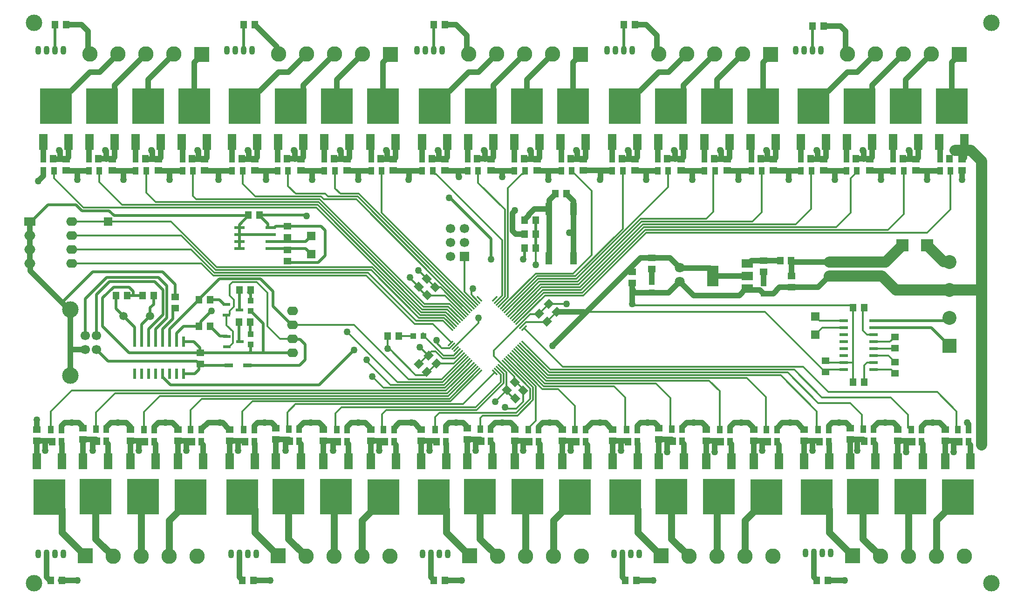
<source format=gtl>
G04*
G04 #@! TF.GenerationSoftware,Altium Limited,Altium Designer,21.4.1 (30)*
G04*
G04 Layer_Physical_Order=1*
G04 Layer_Color=255*
%FSLAX44Y44*%
%MOMM*%
G71*
G04*
G04 #@! TF.SameCoordinates,6184CBAD-8C2E-428C-A116-2BF05ABD0BD4*
G04*
G04*
G04 #@! TF.FilePolarity,Positive*
G04*
G01*
G75*
%ADD12C,0.5000*%
%ADD23C,0.3000*%
%ADD25R,2.0000X3.8000*%
%ADD26R,2.0000X1.5000*%
%ADD27R,1.3500X1.2000*%
%ADD28R,1.0000X1.0000*%
%ADD29R,2.3000X2.3000*%
%ADD30R,1.5000X0.5500*%
%ADD31R,1.2000X1.3500*%
%ADD32R,0.6000X1.8500*%
%ADD33R,1.4500X0.6000*%
%ADD34R,1.6000X0.8000*%
%ADD35R,1.0000X1.0000*%
G04:AMPARAMS|DCode=36|XSize=1.35mm|YSize=1.2mm|CornerRadius=0mm|HoleSize=0mm|Usage=FLASHONLY|Rotation=45.000|XOffset=0mm|YOffset=0mm|HoleType=Round|Shape=Rectangle|*
%AMROTATEDRECTD36*
4,1,4,-0.0530,-0.9016,-0.9016,-0.0530,0.0530,0.9016,0.9016,0.0530,-0.0530,-0.9016,0.0*
%
%ADD36ROTATEDRECTD36*%

G04:AMPARAMS|DCode=37|XSize=0.3mm|YSize=1.4mm|CornerRadius=0mm|HoleSize=0mm|Usage=FLASHONLY|Rotation=45.000|XOffset=0mm|YOffset=0mm|HoleType=Round|Shape=Round|*
%AMOVALD37*
21,1,1.1000,0.3000,0.0000,0.0000,135.0*
1,1,0.3000,0.3889,-0.3889*
1,1,0.3000,-0.3889,0.3889*
%
%ADD37OVALD37*%

G04:AMPARAMS|DCode=38|XSize=0.3mm|YSize=1.4mm|CornerRadius=0mm|HoleSize=0mm|Usage=FLASHONLY|Rotation=135.000|XOffset=0mm|YOffset=0mm|HoleType=Round|Shape=Round|*
%AMOVALD38*
21,1,1.1000,0.3000,0.0000,0.0000,225.0*
1,1,0.3000,0.3889,0.3889*
1,1,0.3000,-0.3889,-0.3889*
%
%ADD38OVALD38*%

%ADD39R,1.2000X2.2500*%
G04:AMPARAMS|DCode=40|XSize=1.35mm|YSize=1.2mm|CornerRadius=0mm|HoleSize=0mm|Usage=FLASHONLY|Rotation=135.000|XOffset=0mm|YOffset=0mm|HoleType=Round|Shape=Rectangle|*
%AMROTATEDRECTD40*
4,1,4,0.9016,-0.0530,0.0530,-0.9016,-0.9016,0.0530,-0.0530,0.9016,0.9016,-0.0530,0.0*
%
%ADD40ROTATEDRECTD40*%

%ADD41R,1.0000X1.4400*%
%ADD42R,1.2000X1.4400*%
%ADD43R,1.5000X3.0000*%
%ADD44R,5.8000X6.4000*%
%ADD45R,1.9812X0.5334*%
%ADD78O,1.1000X1.6000*%
%ADD82C,1.0000*%
%ADD83C,2.0000*%
%ADD84C,1.2700*%
%ADD85R,1.5000X1.5000*%
%ADD86R,1.5000X1.5000*%
%ADD87C,1.8000*%
%ADD88C,2.5400*%
%ADD89R,2.5400X2.5400*%
%ADD90O,2.0000X1.6000*%
%ADD91C,1.5000*%
%ADD92C,3.0000*%
%ADD93C,1.7000*%
%ADD94R,1.7000X1.7000*%
%ADD95R,2.0000X1.6000*%
%ADD96R,2.8000X2.8000*%
%ADD97C,2.8000*%
%ADD98C,1.2700*%
D12*
X1550860Y489990D02*
X1656170D01*
X1550860Y502690D02*
X1678410D01*
X1683580Y507860D01*
X1689100D01*
X1656170Y489990D02*
X1689100Y457060D01*
X324370Y421640D02*
X327660D01*
X325752D02*
X327660D01*
X317500Y406400D02*
X324792Y413692D01*
X297180Y406400D02*
X317500D01*
X327660Y421640D02*
X379240D01*
X327660D02*
Y424180D01*
X324792Y420680D02*
X325752Y421640D01*
X324792Y413692D02*
Y420680D01*
X323410Y427680D02*
X324370Y426720D01*
X159720Y429260D02*
X320481D01*
X324370Y421640D02*
Y426720D01*
X322061Y427680D02*
X323410D01*
X320481Y429260D02*
X322061Y427680D01*
X138440Y450540D02*
X159720Y429260D01*
X273150Y386080D02*
X543560D01*
X607060Y449580D01*
X259080Y400150D02*
X273150Y386080D01*
X495300Y469900D02*
X495910Y469290D01*
X508610D02*
X518160Y459740D01*
X495910Y469290D02*
X508610D01*
X518160Y431800D02*
Y459740D01*
X415730Y554550D02*
X419100Y551180D01*
X414980Y554550D02*
X415730D01*
X419100Y539020D02*
Y551180D01*
X259080Y487680D02*
X277690Y506290D01*
X187690Y511290D02*
X208280Y490700D01*
X220980Y495780D02*
X236490Y511290D01*
X236502Y526290D02*
X242570Y532358D01*
X236490Y511290D02*
X236502Y511302D01*
X242570Y532358D02*
Y548890D01*
X236502Y511302D02*
Y526290D01*
X246380Y487680D02*
X266700Y508000D01*
X233680Y487680D02*
X259700Y513700D01*
X149860Y492760D02*
Y543874D01*
X118540Y542720D02*
X157480Y581660D01*
X118540Y475540D02*
Y542720D01*
X284480Y480060D02*
X297180Y492760D01*
X271626Y464554D02*
Y487526D01*
X284480Y464400D02*
Y480060D01*
X271626Y464554D02*
X271780Y464400D01*
X297180D02*
X315380D01*
X417830Y500540D02*
X418465Y499905D01*
X397510Y465320D02*
Y500540D01*
X418465Y479075D02*
Y499905D01*
Y479075D02*
X419100Y478440D01*
X398010Y464820D02*
X399420D01*
X325120Y492760D02*
X328620Y496260D01*
Y501340D01*
X315380Y464400D02*
X326390Y453390D01*
Y445770D02*
Y453390D01*
Y445770D02*
X327660Y444500D01*
X328620Y501340D02*
X347980Y520700D01*
X259700Y513700D02*
Y558800D01*
X277690Y506290D02*
Y522280D01*
X271626Y487526D02*
X320870Y536770D01*
X281190Y525780D02*
X281940D01*
X277690Y522280D02*
X281190Y525780D01*
X266700Y508000D02*
Y566420D01*
X281940Y546100D02*
Y568960D01*
X173990Y524990D02*
Y548890D01*
Y524990D02*
X187690Y511290D01*
X169866Y563880D02*
X198120D01*
X205740Y548890D02*
X222250D01*
X251460Y581660D02*
X266700Y566420D01*
X205740Y548890D02*
Y556260D01*
X244460Y574040D02*
X259700Y558800D01*
X194310Y548890D02*
X205740D01*
X138440Y549920D02*
X162560Y574040D01*
X198120Y563880D02*
X205740Y556260D01*
X149860Y543874D02*
X169866Y563880D01*
X320870Y536770D02*
X321620D01*
X325120Y540270D02*
Y541020D01*
X321620Y536770D02*
X325120Y540270D01*
X371030Y532130D02*
X375280D01*
X362140Y541020D02*
X371030Y532130D01*
X345440Y541020D02*
X362140D01*
X325120D02*
Y541770D01*
X362470Y579120D01*
X398780Y522630D02*
Y559006D01*
X138440Y475540D02*
Y549920D01*
X157480Y581660D02*
X251460D01*
X162560Y574040D02*
X244460D01*
X362470Y579120D02*
X436880D01*
X208280Y464400D02*
Y490700D01*
X220980Y464400D02*
Y495780D01*
X259080Y464400D02*
Y487680D01*
X246380Y464400D02*
Y487680D01*
X233680Y464400D02*
Y487680D01*
X259080Y400150D02*
Y406400D01*
X297180Y492760D02*
X325120D01*
X375420Y474820D02*
X375920Y474320D01*
X349690Y488510D02*
X363380Y474820D01*
X345440Y492010D02*
X348940Y488510D01*
X363380Y474820D02*
X375420D01*
X348940Y488510D02*
X349690D01*
X345440Y492010D02*
Y492760D01*
X327660Y444500D02*
X416560D01*
X397510Y465320D02*
X398010Y464820D01*
X198120Y444500D02*
X327660D01*
X149860Y492760D02*
X198120Y444500D01*
X419100Y447040D02*
Y459900D01*
X416560Y444500D02*
X419100Y447040D01*
Y520480D02*
X441960Y497620D01*
X493300Y495300D02*
X495300D01*
X459740Y528860D02*
X493300Y495300D01*
X459740Y528860D02*
Y556260D01*
X436880Y579120D02*
X459740Y556260D01*
X441960Y444500D02*
Y497620D01*
Y444500D02*
X495300D01*
X416560D02*
X441960D01*
X413240Y421640D02*
X508000D01*
X518160Y431800D01*
X781324Y726440D02*
X855980Y651784D01*
Y614680D02*
Y651784D01*
X779780Y726440D02*
X781324D01*
X914400Y614680D02*
Y616764D01*
X916940Y619304D01*
Y635000D01*
X518160Y693420D02*
X520700D01*
X516890Y694690D02*
X518160Y693420D01*
X435102Y694690D02*
X516890D01*
X170704Y693940D02*
X414782D01*
X50260Y713740D02*
X101600D01*
X17780Y683260D02*
X19780D01*
X50260Y713740D01*
X101600D02*
X112680Y702660D01*
X161984D01*
X170704Y693940D01*
X398272Y633730D02*
Y646430D01*
X132080Y591820D02*
X259080D01*
X76200Y535940D02*
X132080Y591820D01*
X259080D02*
X281940Y568960D01*
X937260Y660400D02*
Y685800D01*
Y635000D02*
Y660400D01*
X435102Y693940D02*
X449974Y679068D01*
Y671997D02*
X450141Y671830D01*
X462407D01*
X449974Y671997D02*
Y679068D01*
X485902Y610870D02*
X488442Y608330D01*
X541782D01*
X554482Y621030D01*
Y666750D01*
X546862Y674370D02*
X554482Y666750D01*
X485902Y674370D02*
X546862D01*
X455168Y633730D02*
X518922D01*
X529082Y623570D01*
X455168Y646430D02*
X518922D01*
X529082Y656590D01*
X464947Y674370D02*
X485902D01*
X462407Y671830D02*
X464947Y674370D01*
X435102Y693940D02*
Y694690D01*
X398272Y659130D02*
X455168D01*
X398272Y671830D02*
Y677430D01*
Y659130D02*
Y671830D01*
Y646430D02*
Y659130D01*
Y677430D02*
X414782Y693940D01*
X63500Y994920D02*
Y1041400D01*
X406400Y994920D02*
Y1041400D01*
X751840Y994920D02*
Y1041400D01*
X1097280Y994920D02*
Y1041400D01*
X1440180Y994920D02*
Y1041400D01*
D23*
X1508760Y353060D02*
X1529740Y332080D01*
X1450340Y353060D02*
X1508760D01*
X1394860Y408540D02*
X1450340Y353060D01*
X1582420Y363220D02*
X1613628Y332012D01*
X1457411Y363220D02*
X1582420D01*
X1407091Y413540D02*
X1457411Y363220D01*
X1666800Y372820D02*
X1701800Y337820D01*
X1468680Y372820D02*
X1666800D01*
X1422960Y418540D02*
X1468680Y372820D01*
X961634Y408540D02*
X1394860D01*
X986282Y418540D02*
X1422960D01*
X1330640Y682940D02*
X1348087Y700387D01*
X1129636Y682940D02*
X1330640D01*
X1320696Y398540D02*
X1355650Y363586D01*
X1353964Y519126D02*
X1463110Y409980D01*
X1252380Y393540D02*
X1271320Y374600D01*
X1135849Y667940D02*
X1577260D01*
X1409460Y677940D02*
X1437640Y706120D01*
X1137920Y662940D02*
X1648460D01*
X1133778Y672940D02*
X1483200D01*
X1131707Y677940D02*
X1409460D01*
X1483200Y672940D02*
X1509615Y699355D01*
X1117685Y530860D02*
X1509660D01*
X1577260Y667940D02*
X1605897Y696577D01*
X1648460Y662940D02*
X1690987Y705467D01*
X1452740Y502690D02*
X1496860D01*
X1457730Y489990D02*
X1496860D01*
X1531620Y524420D02*
X1534020Y526820D01*
X1509660Y530860D02*
X1513700Y526820D01*
X1531620Y485140D02*
X1539470Y477290D01*
X1531620Y485140D02*
Y524420D01*
X1513700Y426490D02*
Y526820D01*
X1578110Y439190D02*
X1589540Y427760D01*
X1539470Y477290D02*
X1550860D01*
Y464590D02*
X1580650D01*
X1589540Y473480D01*
X1550860Y451890D02*
X1589020D01*
X1550860Y439190D02*
X1578110D01*
X1539010Y426490D02*
X1550860D01*
X1534020Y390930D02*
X1534160Y391070D01*
Y421640D01*
X1550860Y413790D02*
X1583190D01*
X1534160Y421640D02*
X1539010Y426490D01*
X1513700Y390930D02*
Y426490D01*
X1589540Y427760D02*
X1590290D01*
X1589540Y473480D02*
X1590290D01*
X1583190Y413790D02*
X1589540Y407440D01*
X1589020Y451890D02*
X1590290Y453160D01*
X1589540Y407440D02*
X1590290D01*
X1445260Y477520D02*
X1457730Y489990D01*
X1445120Y510310D02*
X1452740Y502690D01*
X1467670Y426490D02*
X1513700D01*
X1463110Y409980D02*
X1463860D01*
X1467670Y413790D01*
X1463860Y430300D02*
X1467670Y426490D01*
Y413790D02*
X1496860D01*
X1127565Y687940D02*
X1246740D01*
X1259840Y701040D01*
X1115145Y533400D02*
X1117685Y530860D01*
X1155780Y388540D02*
X1181760Y362560D01*
X1079500Y383540D02*
X1099820Y363220D01*
X1112520Y533400D02*
X1115145D01*
X963705Y413540D02*
X1407091D01*
X1382080Y403540D02*
X1447800Y337820D01*
X959563Y403540D02*
X1382080D01*
X957491Y398540D02*
X1320696D01*
X1355650Y305510D02*
Y363586D01*
X594360Y482600D02*
X685800Y391160D01*
X768075D01*
X375280Y494545D02*
Y513130D01*
X379530D01*
X381000Y568040D02*
X386080Y573120D01*
X381000Y548640D02*
Y568040D01*
X388620Y528220D02*
Y541020D01*
X379530Y513130D02*
X381030Y514630D01*
Y520630D02*
X388620Y528220D01*
X381030Y514630D02*
Y520630D01*
X381000Y548640D02*
X388620Y541020D01*
X386080Y573120D02*
X430180D01*
X375280Y494545D02*
X386670Y483155D01*
Y461820D02*
Y483155D01*
X375920Y455320D02*
X380170D01*
X386670Y461820D01*
X449580Y492760D02*
Y553720D01*
X430180Y573120D02*
X449580Y553720D01*
X472440Y469900D02*
X495300D01*
X449580Y492760D02*
X472440Y469900D01*
X884356Y373816D02*
X899416Y358756D01*
X749917Y773180D02*
X753417Y769680D01*
X755617D02*
X876300Y648997D01*
X753417Y769680D02*
X755617D01*
X876300Y548882D02*
Y648997D01*
X706200Y396160D02*
X766004D01*
X607060Y495300D02*
X706200Y396160D01*
X495300Y495300D02*
X607060D01*
X93980Y375920D02*
X774049D01*
X330440Y360920D02*
X780262D01*
X55880Y337820D02*
X93980Y375920D01*
X309880Y340360D02*
X330440Y360920D01*
X403860Y304800D02*
Y337820D01*
X224840Y336600D02*
X254160Y365920D01*
X403860Y337820D02*
X421960Y355920D01*
X137820Y335940D02*
X172800Y370920D01*
X254160Y365920D02*
X778191D01*
X172800Y370920D02*
X776120D01*
X421960Y355920D02*
X782333D01*
X309880Y304800D02*
Y340360D01*
X137820Y305640D02*
Y335940D01*
X55880Y304800D02*
Y337820D01*
X224840Y304800D02*
Y336600D01*
X789045Y454556D02*
X833120Y498631D01*
Y508000D01*
X881380Y345670D02*
X884005D01*
X886775Y342900D01*
X901700D01*
X914494Y355695D01*
X886300Y744123D02*
X911857Y769680D01*
X886300Y544740D02*
Y744123D01*
X873191Y531631D02*
X886300Y544740D01*
X832467Y753589D02*
Y775380D01*
Y753589D02*
X881300Y704755D01*
Y546811D02*
Y704755D01*
X871373Y428090D02*
X898194Y401269D01*
X861060Y438403D02*
X871373Y428090D01*
X871373D01*
X861060Y438403D02*
Y448789D01*
X908546Y496275D01*
X956708Y500380D02*
X974924Y518596D01*
X883826Y380298D02*
X886896Y377227D01*
X915617Y489204D02*
X986282Y418540D01*
X915617Y489204D02*
X915617Y489204D01*
X1024586Y519126D02*
X1353964D01*
X961086Y533494D02*
X993046D01*
X993140Y533400D01*
X753944Y563444D02*
X754474Y562914D01*
X738704Y578684D02*
X753944Y563444D01*
X723900Y594360D02*
X738704Y579556D01*
Y578684D02*
Y579556D01*
X611238Y723580D02*
X766460Y568358D01*
X551844Y723580D02*
X611238D01*
X613309Y728580D02*
X771460Y570429D01*
X615380Y733580D02*
X820865Y528095D01*
X657207Y698825D02*
X825336Y530696D01*
X559585Y728580D02*
X613309D01*
X771460Y570429D02*
Y570429D01*
X766460Y568358D02*
Y568358D01*
X657207Y698825D02*
Y775380D01*
X766460Y568358D02*
X813794Y521024D01*
X771460Y570429D02*
X817330Y524560D01*
X582140Y733580D02*
X615380D01*
X669290Y453390D02*
X718820Y403860D01*
X735728D02*
X756484Y424616D01*
X723066Y563046D02*
X737036Y549076D01*
X708660Y581660D02*
X711200Y579120D01*
Y577452D02*
Y579120D01*
Y577452D02*
X724336Y564316D01*
Y564316D02*
Y564316D01*
X739576Y441524D02*
X742116D01*
X747632Y447040D01*
X724336Y423744D02*
X740846Y440254D01*
X726440Y454660D02*
X739576Y441524D01*
X829951Y340280D02*
X878760Y389089D01*
Y406561D01*
X584040Y345280D02*
X827880D01*
X873760Y391160D01*
X665400Y340280D02*
X829951D01*
X873760Y391160D02*
Y404490D01*
X500620Y350920D02*
X804910D01*
X780262Y360920D02*
X785342Y366000D01*
X766004Y396160D02*
X806723Y436879D01*
X772218Y381160D02*
X815289Y424231D01*
X768075Y391160D02*
X810258Y433343D01*
X787919Y425146D02*
X803187Y440414D01*
X787413Y361000D02*
X835007Y408594D01*
X770147Y386160D02*
X813794Y429807D01*
X767629Y434340D02*
X790042D01*
X757014Y425146D02*
X787919D01*
X804910Y350920D02*
X862584Y408594D01*
X673020Y386160D02*
X770147D01*
X785342Y366000D02*
X831472Y412130D01*
X788051Y439420D02*
X796116Y447485D01*
X769620Y439420D02*
X788051D01*
X783271Y371000D02*
X827936Y415665D01*
X776120Y370920D02*
X824401Y419201D01*
X783271Y371000D02*
X783271D01*
X790042Y434340D02*
X799652Y443950D01*
X660240Y381160D02*
X772218D01*
X774049Y375920D02*
X820865Y422736D01*
X787413Y361000D02*
X787413D01*
X782333Y355920D02*
X787413Y361000D01*
X778191Y365920D02*
X783271Y371000D01*
X862584Y408594D02*
X862584Y408594D01*
X785342Y366000D02*
X785342D01*
X61577Y762249D02*
Y775380D01*
Y762249D02*
X115165Y708660D01*
X538480D01*
X632169Y590120D02*
X719369Y502920D01*
X637878Y595120D02*
X724998Y508000D01*
X357460Y600120D02*
X639949D01*
X292649Y657860D02*
X355389Y595120D01*
X274320Y683260D02*
X357460Y600120D01*
X351247Y585120D02*
X628684D01*
X310978Y632460D02*
X353318Y590120D01*
X329307Y607060D02*
X351247Y585120D01*
X353318Y590120D02*
X632169D01*
X639949Y600120D02*
X726989Y513080D01*
X628684Y585120D02*
X716884Y496920D01*
X355389Y595120D02*
X637878D01*
X500780Y733660D02*
X554505D01*
X546764Y728660D02*
X551844Y723580D01*
X404477Y751568D02*
X427384Y728660D01*
X554505Y733660D02*
X559585Y728580D01*
X544693Y723660D02*
X734953Y533400D01*
X540551Y713660D02*
X730811Y523400D01*
X542622Y718660D02*
X732882Y528400D01*
X320280Y723660D02*
X544693D01*
X487027Y747413D02*
X500780Y733660D01*
X538480Y708660D02*
X728740Y518400D01*
X427384Y728660D02*
X546764D01*
X144127Y755033D02*
X185500Y713660D01*
X540551D01*
X229217Y735983D02*
X246540Y718660D01*
X314307Y729633D02*
X320280Y723660D01*
X246540Y718660D02*
X542622D01*
X93980Y607060D02*
X329307D01*
X93980Y632460D02*
X310978D01*
X160020Y683260D02*
X274320D01*
X93980Y657860D02*
X292649D01*
X898194Y395079D02*
X901700Y391572D01*
Y391160D02*
X916940Y375920D01*
X668020Y454660D02*
Y474980D01*
X572117Y743603D02*
X582140Y733580D01*
X960556Y532964D02*
X961086Y533494D01*
X1008380Y304800D02*
Y347980D01*
X949207Y378540D02*
X977820D01*
X890869Y436879D02*
X894758Y432989D01*
X977820Y378540D02*
X1008380Y347980D01*
X894758Y432989D02*
X894758D01*
X949207Y378540D01*
X1509615Y699355D02*
Y761988D01*
X1437640Y706120D02*
Y774763D01*
X750220Y496920D02*
X783036Y464104D01*
X688340Y474980D02*
X713608D01*
X755623Y463577D02*
X766462Y452738D01*
X755623Y463577D02*
Y466063D01*
X756920Y467360D01*
X735780Y473260D02*
X769620Y439420D01*
X735780Y473260D02*
Y476560D01*
X732280Y480060D02*
X735780Y476560D01*
X766462Y452738D02*
X780156D01*
X785510Y458092D01*
X718820Y403860D02*
X735728D01*
X756484Y424616D02*
X756484D01*
X754929Y447040D02*
X767629Y434340D01*
X747632Y447040D02*
X754929D01*
X724336Y423744D02*
X724336D01*
X756484Y424616D02*
X757014Y425146D01*
X572820Y334060D02*
X584040Y345280D01*
X754380Y327660D02*
X762000Y335280D01*
X640080Y401320D02*
X660240Y381160D01*
X485800Y336100D02*
X500620Y350920D01*
X657860Y332740D02*
X665400Y340280D01*
X762000Y335280D02*
X901700D01*
X629893Y429287D02*
X673020Y386160D01*
X629893Y429287D02*
Y431773D01*
X629920Y431800D01*
X754380Y304800D02*
Y327660D01*
X836320Y325780D02*
X840820Y330280D01*
X836320Y305640D02*
Y325780D01*
X901700Y335280D02*
X927100Y360680D01*
X903771Y330280D02*
X932180Y358689D01*
X840820Y330280D02*
X903771D01*
X657860Y304800D02*
Y332740D01*
X1038860Y622300D02*
Y739167D01*
X937260Y604520D02*
Y635000D01*
X937271Y588640D02*
X1005200D01*
X947627Y563640D02*
X1017407D01*
X951769Y553640D02*
X1021549D01*
X939342Y583640D02*
X1009123D01*
X949698Y558640D02*
X1019478D01*
X943484Y573640D02*
X1013265D01*
X945555Y568640D02*
X1015336D01*
X941413Y578640D02*
X1011194D01*
X880616Y531984D02*
X937271Y588640D01*
X1005200D02*
X1038860Y622300D01*
X974924Y518596D02*
X974924D01*
X905011Y499811D02*
X953840Y548640D01*
X901475Y503346D02*
X951769Y553640D01*
X953840Y548640D02*
X1023620D01*
X897940Y506882D02*
X949698Y558640D01*
X919722Y500380D02*
X956708D01*
X942776Y515184D02*
X960556Y532964D01*
X908546Y454556D02*
X959563Y403540D01*
X894404Y440414D02*
X951278Y383540D01*
X901475Y447485D02*
X955420Y393540D01*
X912082Y458092D02*
X961634Y408540D01*
X897940Y443950D02*
X953349Y388540D01*
X905011Y451021D02*
X957491Y398540D01*
X915617Y461627D02*
X963705Y413540D01*
X932180Y358689D02*
Y381425D01*
X914494Y355695D02*
Y374954D01*
X913964Y375484D02*
X914494Y374954D01*
X927100Y360680D02*
Y379434D01*
X863600Y355600D02*
X884356Y376356D01*
X884151Y528449D02*
X939342Y583640D01*
X894404Y510418D02*
X947627Y563640D01*
X887333Y517489D02*
X943484Y573640D01*
X883798Y521024D02*
X941413Y578640D01*
X890869Y513953D02*
X945555Y568640D01*
X942245Y514654D02*
X942776Y515184D01*
X926925Y514654D02*
X942245D01*
X908546Y496275D02*
X926925Y514654D01*
X883798Y429807D02*
X932180Y381425D01*
X880262Y426272D02*
X927100Y379434D01*
X883826Y380298D02*
Y408566D01*
X887333Y433343D02*
X937260Y383416D01*
X716884Y496920D02*
X750220D01*
X807720Y555382D02*
X826331Y536771D01*
X764303Y563444D02*
X810258Y517489D01*
X820420Y549753D02*
X831472Y538702D01*
X820420Y549753D02*
Y559583D01*
X822177Y561340D02*
X822960D01*
X820420Y559583D02*
X822177Y561340D01*
X807720Y555382D02*
Y619760D01*
X760838Y562914D02*
X761369Y563444D01*
X740106Y548545D02*
X772131D01*
X754474Y562914D02*
X760838D01*
X761369Y563444D02*
X764303D01*
X719369Y502920D02*
X768259D01*
X912082Y492740D02*
X919722Y500380D01*
X734953Y533400D02*
X780205D01*
X726989Y513080D02*
X772241D01*
X724998Y508000D02*
X770250D01*
X785175Y493075D01*
X737036Y549076D02*
X739576D01*
X740106Y548545D01*
X869655Y535166D02*
X881300Y546811D01*
X876727Y528095D02*
X880616Y531984D01*
X880616D01*
X866120Y538702D02*
X876300Y548882D01*
X884151Y528449D02*
X884151D01*
X880262Y524560D02*
X884151Y528449D01*
X772131Y548545D02*
X806723Y513953D01*
X826331Y536771D02*
Y536771D01*
X780205Y533400D02*
X803187Y510418D01*
X776063Y523400D02*
X796116Y503346D01*
X730811Y523400D02*
X776063D01*
X728740Y518400D02*
X773992D01*
X778134Y528400D02*
X799652Y506882D01*
X773992Y518400D02*
X792581Y499811D01*
X772241Y513080D02*
X789045Y496275D01*
X732882Y528400D02*
X778134D01*
X898194Y395079D02*
Y401269D01*
X873191Y419201D02*
X883826Y408566D01*
X869655Y415665D02*
X878760Y406561D01*
X901700Y391160D02*
Y391572D01*
X866120Y412130D02*
X873760Y404490D01*
X768259Y502920D02*
X781974Y489204D01*
X93980Y683260D02*
X160020D01*
X485800Y305640D02*
Y336100D01*
X572820Y304800D02*
Y334060D01*
X487027Y747413D02*
Y775380D01*
X572117Y743603D02*
Y775380D01*
X229217Y735983D02*
Y775380D01*
X314307Y729633D02*
Y775380D01*
X404477Y751568D02*
Y775380D01*
X144127Y755033D02*
Y775380D01*
X749917Y773180D02*
Y775380D01*
X1015336Y568640D02*
X1129636Y682940D01*
X1019478Y558640D02*
X1133778Y672940D01*
X1017407Y563640D02*
X1131707Y677940D01*
X1021549Y553640D02*
X1135849Y667940D01*
X1013265Y573640D02*
X1127565Y687940D01*
X1023620Y548640D02*
X1137920Y662940D01*
X1009123Y583640D02*
X1095357Y669874D01*
X1011194Y578640D02*
X1177907Y745353D01*
X1259840Y701040D02*
Y772223D01*
X1348087Y700387D02*
Y775380D01*
X1259840Y772223D02*
X1262997Y775380D01*
X1177907Y745353D02*
Y775380D01*
X1095357Y669874D02*
Y775380D01*
X951278Y383540D02*
X1079500D01*
X1271320Y304800D02*
Y374600D01*
X1355650Y305510D02*
X1356360Y304800D01*
X955420Y393540D02*
X1252380D01*
X953349Y388540D02*
X1155780D01*
X1181760Y305640D02*
Y362560D01*
X1099820Y304800D02*
Y363220D01*
X914057Y769680D02*
X917557Y773180D01*
Y775380D01*
X911857Y769680D02*
X914057D01*
X1002647Y775380D02*
X1038860Y739167D01*
X1437640Y774763D02*
X1438257Y775380D01*
X1520807Y773180D02*
Y775380D01*
X1509615Y761988D02*
X1520807Y773180D01*
X1605897Y696577D02*
Y775380D01*
X1690987Y705467D02*
Y775380D01*
X923340Y304800D02*
Y307000D01*
X937260Y320920D01*
X1701800Y304800D02*
Y337820D01*
X937260Y320920D02*
Y383416D01*
X1447800Y304800D02*
Y337820D01*
X1529740Y305640D02*
Y332080D01*
X1613628Y307932D02*
Y332012D01*
D25*
X1258820Y584200D02*
D03*
D26*
X1321820Y607200D02*
D03*
Y584200D02*
D03*
Y561200D02*
D03*
D27*
X1148080Y596900D02*
D03*
Y617220D02*
D03*
X1351280Y591820D02*
D03*
Y612140D02*
D03*
X1112520Y591820D02*
D03*
Y571500D02*
D03*
X1402080Y584200D02*
D03*
Y563880D02*
D03*
X1463860Y430300D02*
D03*
Y409980D02*
D03*
X1590290Y473480D02*
D03*
Y453160D02*
D03*
Y407440D02*
D03*
Y427760D02*
D03*
X281940Y525780D02*
D03*
Y546100D02*
D03*
X327660Y424180D02*
D03*
Y444500D02*
D03*
X485902Y631190D02*
D03*
Y610870D02*
D03*
Y654050D02*
D03*
Y674370D02*
D03*
X287020Y304800D02*
D03*
Y284480D02*
D03*
X637540Y304800D02*
D03*
Y284480D02*
D03*
X985520Y304800D02*
D03*
Y284480D02*
D03*
X1333500Y304800D02*
D03*
Y284480D02*
D03*
X1681480Y304800D02*
D03*
Y284480D02*
D03*
X200660Y304800D02*
D03*
Y284480D02*
D03*
X551180Y304800D02*
D03*
Y284480D02*
D03*
X899160Y304800D02*
D03*
Y284480D02*
D03*
X1247140Y304800D02*
D03*
Y284480D02*
D03*
X1595120Y304800D02*
D03*
Y284480D02*
D03*
X114300Y307340D02*
D03*
Y287020D02*
D03*
X464820Y307340D02*
D03*
Y287020D02*
D03*
X812800Y307340D02*
D03*
Y287020D02*
D03*
X1160780Y307340D02*
D03*
Y287020D02*
D03*
X1508760Y307340D02*
D03*
Y287020D02*
D03*
X30480Y304800D02*
D03*
Y284480D02*
D03*
X381000Y304800D02*
D03*
Y284480D02*
D03*
X728980Y304800D02*
D03*
Y284480D02*
D03*
X1076960Y304800D02*
D03*
Y284480D02*
D03*
X1424940Y304800D02*
D03*
Y284480D02*
D03*
X1460507Y776220D02*
D03*
Y796540D02*
D03*
X1117607Y776220D02*
D03*
Y796540D02*
D03*
X772167Y776220D02*
D03*
Y796540D02*
D03*
X426727Y776220D02*
D03*
Y796540D02*
D03*
X83827Y776220D02*
D03*
Y796540D02*
D03*
X1544327Y776220D02*
D03*
Y796540D02*
D03*
X1201427Y776220D02*
D03*
Y796540D02*
D03*
X855987Y776220D02*
D03*
Y796540D02*
D03*
X510547Y776220D02*
D03*
Y796540D02*
D03*
X167647Y776220D02*
D03*
Y796540D02*
D03*
X1628147Y776220D02*
D03*
Y796540D02*
D03*
X1285247Y776220D02*
D03*
Y796540D02*
D03*
X939807Y776220D02*
D03*
Y796540D02*
D03*
X594367Y776220D02*
D03*
Y796540D02*
D03*
X251467Y776220D02*
D03*
Y796540D02*
D03*
X1711967Y776220D02*
D03*
Y796540D02*
D03*
X1369067Y776220D02*
D03*
Y796540D02*
D03*
X1023627Y776220D02*
D03*
Y796540D02*
D03*
X678187Y776220D02*
D03*
Y796540D02*
D03*
X335287Y776220D02*
D03*
Y796540D02*
D03*
D28*
X1148080Y554610D02*
D03*
Y573150D02*
D03*
X1351280Y552070D02*
D03*
Y570610D02*
D03*
X419100Y520480D02*
D03*
Y539020D02*
D03*
Y459900D02*
D03*
Y478440D02*
D03*
D29*
X1648100Y640080D02*
D03*
X1603100D02*
D03*
D30*
X1496860Y502690D02*
D03*
Y489990D02*
D03*
Y477290D02*
D03*
Y464590D02*
D03*
Y451890D02*
D03*
Y439190D02*
D03*
Y426490D02*
D03*
Y413790D02*
D03*
X1550860Y502690D02*
D03*
Y489990D02*
D03*
Y477290D02*
D03*
Y464590D02*
D03*
Y451890D02*
D03*
Y439190D02*
D03*
Y426490D02*
D03*
Y413790D02*
D03*
D31*
X1381760Y612140D02*
D03*
X1400760D02*
D03*
X1513700Y526820D02*
D03*
X1534020D02*
D03*
Y390930D02*
D03*
X1513700D02*
D03*
X325120Y492760D02*
D03*
X345440D02*
D03*
X419100Y558800D02*
D03*
X398780D02*
D03*
X417830Y500540D02*
D03*
X397510D02*
D03*
X325120Y541020D02*
D03*
X345440D02*
D03*
X173990Y548890D02*
D03*
X194310D02*
D03*
X242570D02*
D03*
X222250D02*
D03*
X688340Y474980D02*
D03*
X668020D02*
D03*
X937260Y660400D02*
D03*
X916940D02*
D03*
X937260Y685800D02*
D03*
X916940D02*
D03*
X972820Y734060D02*
D03*
X993140D02*
D03*
X937260Y635000D02*
D03*
X916940D02*
D03*
X55880Y30480D02*
D03*
X76200D02*
D03*
X403860D02*
D03*
X424180D02*
D03*
X751840D02*
D03*
X772160D02*
D03*
X1099820D02*
D03*
X1120140D02*
D03*
X1447800D02*
D03*
X1468120D02*
D03*
X1440180Y1038860D02*
D03*
X1460500D02*
D03*
X1097280Y1041400D02*
D03*
X1117600D02*
D03*
X751840D02*
D03*
X772160D02*
D03*
X406400D02*
D03*
X426720D02*
D03*
X63500D02*
D03*
X83820D02*
D03*
X435102Y694690D02*
D03*
X414782D02*
D03*
D32*
X208280Y406400D02*
D03*
X220980D02*
D03*
X233680D02*
D03*
X246380D02*
D03*
X259080D02*
D03*
X271780D02*
D03*
X284480D02*
D03*
X297180D02*
D03*
X208280Y464400D02*
D03*
X220980D02*
D03*
X233680D02*
D03*
X246380D02*
D03*
X259080D02*
D03*
X271780D02*
D03*
X284480D02*
D03*
X297180D02*
D03*
D33*
X375280Y532130D02*
D03*
Y513130D02*
D03*
X398780Y522630D02*
D03*
X375920Y474320D02*
D03*
Y455320D02*
D03*
X399420Y464820D02*
D03*
D34*
X413240Y421640D02*
D03*
X379240D02*
D03*
D35*
X714630Y474980D02*
D03*
X733170D02*
D03*
D36*
X974924Y518596D02*
D03*
X960556Y532964D02*
D03*
X724336Y423744D02*
D03*
X738704Y409376D02*
D03*
X742116Y438984D02*
D03*
X756484Y424616D02*
D03*
X957144Y500816D02*
D03*
X942776Y515184D02*
D03*
D37*
X806723Y513953D02*
D03*
X810258Y517489D02*
D03*
X876727Y422736D02*
D03*
X873191Y419201D02*
D03*
X835007Y542237D02*
D03*
X781974Y489204D02*
D03*
X785510Y492740D02*
D03*
X789045Y496275D02*
D03*
X792581Y499811D02*
D03*
X796116Y503346D02*
D03*
X799652Y506882D02*
D03*
X803187Y510418D02*
D03*
X813794Y521024D02*
D03*
X817330Y524560D02*
D03*
X820865Y528095D02*
D03*
X824401Y531631D02*
D03*
X827936Y535166D02*
D03*
X831472Y538702D02*
D03*
X915617Y461627D02*
D03*
X912082Y458092D02*
D03*
X908546Y454556D02*
D03*
X905011Y451021D02*
D03*
X901475Y447485D02*
D03*
X897940Y443950D02*
D03*
X894404Y440414D02*
D03*
X890869Y436879D02*
D03*
X887333Y433343D02*
D03*
X883798Y429807D02*
D03*
X880262Y426272D02*
D03*
X869655Y415665D02*
D03*
X866120Y412130D02*
D03*
X862584Y408594D02*
D03*
D38*
X908546Y496275D02*
D03*
X912082Y492740D02*
D03*
X803187Y440414D02*
D03*
X799652Y443950D02*
D03*
X862584Y542237D02*
D03*
X796116Y447485D02*
D03*
X792581Y451021D02*
D03*
X781974Y461627D02*
D03*
X866120Y538702D02*
D03*
X869655Y535166D02*
D03*
X873191Y531631D02*
D03*
X876727Y528095D02*
D03*
X880262Y524560D02*
D03*
X883798Y521024D02*
D03*
X887333Y517489D02*
D03*
X890869Y513953D02*
D03*
X894404Y510418D02*
D03*
X897940Y506882D02*
D03*
X901475Y503346D02*
D03*
X905011Y499811D02*
D03*
X915617Y489204D02*
D03*
X835007Y408594D02*
D03*
X831472Y412130D02*
D03*
X827936Y415665D02*
D03*
X824401Y419201D02*
D03*
X820865Y422736D02*
D03*
X817329Y426272D02*
D03*
X813794Y429807D02*
D03*
X810258Y433343D02*
D03*
X806723Y436879D02*
D03*
X789045Y454556D02*
D03*
X785510Y458092D02*
D03*
D39*
X1005840Y706120D02*
D03*
Y616120D02*
D03*
X960840D02*
D03*
Y706120D02*
D03*
D40*
X753944Y563444D02*
D03*
X739576Y549076D02*
D03*
X884356Y376356D02*
D03*
X898724Y390724D02*
D03*
X738704Y578684D02*
D03*
X724336Y564316D02*
D03*
X899596Y361116D02*
D03*
X913964Y375484D02*
D03*
D41*
X309880Y304800D02*
D03*
X328880D02*
D03*
Y282800D02*
D03*
X660400Y304800D02*
D03*
X679400D02*
D03*
Y282800D02*
D03*
X1008380Y304800D02*
D03*
X1027380D02*
D03*
Y282800D02*
D03*
X1356360Y304800D02*
D03*
X1375360D02*
D03*
Y282800D02*
D03*
X1704340Y304800D02*
D03*
X1723340D02*
D03*
Y282800D02*
D03*
X224840Y304800D02*
D03*
X243840D02*
D03*
Y282800D02*
D03*
X575360Y304800D02*
D03*
X594360D02*
D03*
Y282800D02*
D03*
X923340Y304800D02*
D03*
X942340D02*
D03*
Y282800D02*
D03*
X1271320Y304800D02*
D03*
X1290320D02*
D03*
Y282800D02*
D03*
X1619300Y304800D02*
D03*
X1638300D02*
D03*
Y282800D02*
D03*
X137820Y305640D02*
D03*
X156820D02*
D03*
Y283640D02*
D03*
X488340Y305640D02*
D03*
X507340D02*
D03*
Y283640D02*
D03*
X836320Y305640D02*
D03*
X855320D02*
D03*
Y283640D02*
D03*
X1184300Y305640D02*
D03*
X1203300D02*
D03*
Y283640D02*
D03*
X1532280Y305640D02*
D03*
X1551280D02*
D03*
Y283640D02*
D03*
X55880Y304800D02*
D03*
X74880D02*
D03*
Y282800D02*
D03*
X406400Y304800D02*
D03*
X425400D02*
D03*
Y282800D02*
D03*
X754380Y304800D02*
D03*
X773380D02*
D03*
Y282800D02*
D03*
X1102360Y304800D02*
D03*
X1121360D02*
D03*
Y282800D02*
D03*
X1450340Y304800D02*
D03*
X1469340D02*
D03*
Y282800D02*
D03*
X1438257Y775380D02*
D03*
X1419257D02*
D03*
Y797380D02*
D03*
X1095357Y775380D02*
D03*
X1076357D02*
D03*
Y797380D02*
D03*
X749917Y775380D02*
D03*
X730917D02*
D03*
Y797380D02*
D03*
X404477Y775380D02*
D03*
X385477D02*
D03*
Y797380D02*
D03*
X61577Y775380D02*
D03*
X42577D02*
D03*
Y797380D02*
D03*
X1520807Y775380D02*
D03*
X1501807D02*
D03*
Y797380D02*
D03*
X1177907Y775380D02*
D03*
X1158907D02*
D03*
Y797380D02*
D03*
X832467Y775380D02*
D03*
X813467D02*
D03*
Y797380D02*
D03*
X487027Y775380D02*
D03*
X468027D02*
D03*
Y797380D02*
D03*
X144127Y775380D02*
D03*
X125127D02*
D03*
Y797380D02*
D03*
X1605897Y775380D02*
D03*
X1586897D02*
D03*
Y797380D02*
D03*
X1262997Y775380D02*
D03*
X1243997D02*
D03*
Y797380D02*
D03*
X917557Y775380D02*
D03*
X898557D02*
D03*
Y797380D02*
D03*
X572117Y775380D02*
D03*
X553117D02*
D03*
Y797380D02*
D03*
X229217Y775380D02*
D03*
X210217D02*
D03*
Y797380D02*
D03*
X1690987Y775380D02*
D03*
X1671987D02*
D03*
Y797380D02*
D03*
X1348087Y775380D02*
D03*
X1329087D02*
D03*
Y797380D02*
D03*
X1002647Y775380D02*
D03*
X983647D02*
D03*
Y797380D02*
D03*
X657207Y775380D02*
D03*
X638207D02*
D03*
Y797380D02*
D03*
X314307Y775380D02*
D03*
X295307D02*
D03*
Y797380D02*
D03*
D42*
X311880Y282800D02*
D03*
X662400D02*
D03*
X1010380D02*
D03*
X1358360D02*
D03*
X1706340D02*
D03*
X226840D02*
D03*
X577360D02*
D03*
X925340D02*
D03*
X1273320D02*
D03*
X1621300D02*
D03*
X139820Y283640D02*
D03*
X490340D02*
D03*
X838320D02*
D03*
X1186300D02*
D03*
X1534280D02*
D03*
X57880Y282800D02*
D03*
X408400D02*
D03*
X756380D02*
D03*
X1104360D02*
D03*
X1452340D02*
D03*
X1436257Y797380D02*
D03*
X1093357D02*
D03*
X747917D02*
D03*
X402477D02*
D03*
X59577D02*
D03*
X1518807D02*
D03*
X1175907D02*
D03*
X830467D02*
D03*
X485027D02*
D03*
X142127D02*
D03*
X1603897D02*
D03*
X1260997D02*
D03*
X915557D02*
D03*
X570117D02*
D03*
X227217D02*
D03*
X1688987D02*
D03*
X1346087D02*
D03*
X1000647D02*
D03*
X655207D02*
D03*
X312307D02*
D03*
D43*
X332680Y246740D02*
D03*
X287080D02*
D03*
X683200D02*
D03*
X637600D02*
D03*
X1031180D02*
D03*
X985580D02*
D03*
X1379160D02*
D03*
X1333560D02*
D03*
X1727140D02*
D03*
X1681540D02*
D03*
X246320Y247380D02*
D03*
X200720D02*
D03*
X596840D02*
D03*
X551240D02*
D03*
X944820D02*
D03*
X899220D02*
D03*
X1292800D02*
D03*
X1247200D02*
D03*
X1640780D02*
D03*
X1595180D02*
D03*
X159960D02*
D03*
X114360D02*
D03*
X510480D02*
D03*
X464880D02*
D03*
X858460D02*
D03*
X812860D02*
D03*
X1206440D02*
D03*
X1160840D02*
D03*
X1554420D02*
D03*
X1508820D02*
D03*
X76140Y246740D02*
D03*
X30540D02*
D03*
X426660D02*
D03*
X381060D02*
D03*
X774640D02*
D03*
X729040D02*
D03*
X1122620D02*
D03*
X1077020D02*
D03*
X1470600D02*
D03*
X1425000D02*
D03*
X1418657Y828290D02*
D03*
X1464257D02*
D03*
X1075757D02*
D03*
X1121357D02*
D03*
X730317D02*
D03*
X775917D02*
D03*
X384877D02*
D03*
X430477D02*
D03*
X41977D02*
D03*
X87577D02*
D03*
X1502457D02*
D03*
X1548057D02*
D03*
X1159557D02*
D03*
X1205157D02*
D03*
X814117D02*
D03*
X859717D02*
D03*
X468677D02*
D03*
X514277D02*
D03*
X125777D02*
D03*
X171377D02*
D03*
X1586257D02*
D03*
X1631857D02*
D03*
X1243357D02*
D03*
X1288957D02*
D03*
X897917D02*
D03*
X943517D02*
D03*
X552477D02*
D03*
X598077D02*
D03*
X209577D02*
D03*
X255177D02*
D03*
X1670057D02*
D03*
X1715657D02*
D03*
X1327157D02*
D03*
X1372757D02*
D03*
X981717D02*
D03*
X1027317D02*
D03*
X636277D02*
D03*
X681877D02*
D03*
X293377D02*
D03*
X338977D02*
D03*
D44*
X309880Y182240D02*
D03*
X660400D02*
D03*
X1008380D02*
D03*
X1356360D02*
D03*
X1704340D02*
D03*
X223520Y182880D02*
D03*
X574040D02*
D03*
X922020D02*
D03*
X1270000D02*
D03*
X1617980D02*
D03*
X137160D02*
D03*
X487680D02*
D03*
X835660D02*
D03*
X1183640D02*
D03*
X1531620D02*
D03*
X53340Y182240D02*
D03*
X403860D02*
D03*
X751840D02*
D03*
X1099820D02*
D03*
X1447800D02*
D03*
X1441457Y892790D02*
D03*
X1098557D02*
D03*
X753117D02*
D03*
X407677D02*
D03*
X64777D02*
D03*
X1525257D02*
D03*
X1182357D02*
D03*
X836917D02*
D03*
X491477D02*
D03*
X148577D02*
D03*
X1609057D02*
D03*
X1266157D02*
D03*
X920717D02*
D03*
X575277D02*
D03*
X232377D02*
D03*
X1692857D02*
D03*
X1349957D02*
D03*
X1004517D02*
D03*
X659077D02*
D03*
X316177D02*
D03*
D45*
X455168Y671830D02*
D03*
Y659130D02*
D03*
Y646430D02*
D03*
Y633730D02*
D03*
X398272D02*
D03*
Y646430D02*
D03*
Y659130D02*
D03*
Y671830D02*
D03*
D78*
X33020Y78740D02*
D03*
X63500D02*
D03*
X48260D02*
D03*
X78740D02*
D03*
X383540D02*
D03*
X414020D02*
D03*
X398780D02*
D03*
X429260D02*
D03*
X731520D02*
D03*
X762000D02*
D03*
X746760D02*
D03*
X777240D02*
D03*
X1079500D02*
D03*
X1109980D02*
D03*
X1094740D02*
D03*
X1125220D02*
D03*
X1427480Y79920D02*
D03*
X1457960D02*
D03*
X1442720D02*
D03*
X1473200D02*
D03*
X1455420Y995000D02*
D03*
X1424940D02*
D03*
X1440180D02*
D03*
X1409700D02*
D03*
X1112520D02*
D03*
X1082040D02*
D03*
X1097280D02*
D03*
X1066800D02*
D03*
X767080D02*
D03*
X736600D02*
D03*
X751840D02*
D03*
X721360D02*
D03*
X421640D02*
D03*
X391160D02*
D03*
X406400D02*
D03*
X375920D02*
D03*
X78740D02*
D03*
X48260D02*
D03*
X63500D02*
D03*
X33020D02*
D03*
D82*
X48260Y36310D02*
Y78740D01*
Y36310D02*
X53340Y31230D01*
Y30480D02*
Y31230D01*
X1351280Y552070D02*
X1368520D01*
X1380330Y563880D01*
X1344650Y558700D02*
X1351280Y552070D01*
Y570610D02*
Y591820D01*
X1321820Y561200D02*
X1324320Y558700D01*
X1319320Y561200D02*
X1321820D01*
X1324320Y558700D02*
X1344650D01*
X1224280Y548640D02*
X1306760D01*
X1258820Y584200D02*
X1321820D01*
X1306760Y548640D02*
X1319320Y561200D01*
X1329260Y612140D02*
X1351280D01*
X1324320Y607200D02*
X1329260Y612140D01*
X1321820Y607200D02*
X1324320D01*
X1351280Y612140D02*
X1381760D01*
X1380330Y563880D02*
X1402080D01*
Y584200D02*
Y608730D01*
X1402750Y609400D02*
X1470660D01*
X1402080Y608730D02*
X1402750Y609400D01*
X1402080Y563880D02*
X1450140D01*
X1470660Y584400D01*
X1253820Y598200D02*
X1258820Y593200D01*
X1198880Y599040D02*
X1199720Y598200D01*
X1253820D01*
X1148080Y553720D02*
X1178560D01*
X1180700Y617220D02*
X1198880Y599040D01*
X1258820Y584200D02*
Y593200D01*
X1178560Y553720D02*
X1198880Y574040D01*
X1127760Y617220D02*
X1180700D01*
X1198880Y574040D02*
X1224280Y548640D01*
X1147190Y553720D02*
X1148080Y554610D01*
Y573150D02*
Y596900D01*
X1117600Y553720D02*
X1147190D01*
X1113152Y558168D02*
X1117600Y553720D01*
X1113765D02*
Y558800D01*
X1112520Y533400D02*
Y558168D01*
Y571500D01*
X76200Y535940D02*
X88900Y523240D01*
X91440D01*
X92400Y450540D02*
X118540D01*
X91440Y449580D02*
X92400Y450540D01*
X91440Y402840D02*
Y449580D01*
Y523240D01*
X967740Y457200D02*
X1127760Y617220D01*
X863083Y316983D02*
X875783D01*
X876300Y317500D01*
X876317Y317483D01*
X855320Y309220D02*
X863083Y316983D01*
X894800Y698489D02*
X899160Y702849D01*
X894800Y666258D02*
Y698489D01*
X899160Y702849D02*
Y703580D01*
X1005840Y616120D02*
Y662940D01*
Y706120D01*
X998220Y662940D02*
X1005840D01*
X894800Y666258D02*
X900658Y660400D01*
X916940D01*
X975454Y519126D02*
X1024586D01*
X974924Y518596D02*
X975454Y519126D01*
X18693Y593447D02*
X76200Y535940D01*
X1532837Y797380D02*
X1545917D01*
X1189937D02*
X1203017D01*
X1348740Y266700D02*
Y284480D01*
X914400D02*
X924340D01*
X899160D02*
X914400D01*
Y266700D02*
Y284480D01*
X1000760Y266700D02*
Y284480D01*
X844497Y797380D02*
X857577D01*
X499057D02*
X512137D01*
X156157D02*
X169237D01*
X652780Y266700D02*
Y284480D01*
X828040Y266700D02*
Y284480D01*
X568960D02*
X576360D01*
X551180D02*
X568960D01*
Y266700D02*
Y284480D01*
X482600Y266700D02*
Y284480D01*
X215900D02*
X225840D01*
X200660D02*
X215900D01*
Y266700D02*
Y284480D01*
X132080Y266700D02*
Y284480D01*
X302260Y266700D02*
Y284480D01*
X33020Y756920D02*
X42577Y766477D01*
Y775380D01*
X18693Y593447D02*
Y606147D01*
X17780Y607060D02*
X18693Y606147D01*
X17780Y607060D02*
Y632460D01*
X30480Y304800D02*
Y322580D01*
X17780Y657860D02*
Y683260D01*
Y632460D02*
Y657860D01*
X961840Y707120D02*
Y722330D01*
Y617120D02*
Y707120D01*
X960840Y616120D02*
X961840Y617120D01*
X1460500Y1038860D02*
X1490980D01*
X1500242Y1029597D01*
Y991504D02*
Y1029597D01*
X1157343Y991504D02*
Y1021977D01*
X1137920Y1041400D02*
X1157343Y1021977D01*
X1117600Y1041400D02*
X1137920D01*
X1157343Y991504D02*
X1160787Y988060D01*
X811902Y991504D02*
Y1021977D01*
X772160Y1041400D02*
X792480D01*
X811902Y1021977D01*
X83820Y1041400D02*
X111760D01*
X123562Y991504D02*
Y1029597D01*
X111760Y1041400D02*
X123562Y1029597D01*
X1399540Y317500D02*
X1400057Y316983D01*
X1399023D02*
X1399540Y317500D01*
X1375360Y307000D02*
X1385343Y316983D01*
X1375360Y304800D02*
Y307000D01*
X1385343Y316983D02*
X1399023D01*
X1400057D02*
X1412007D01*
X1176020Y264160D02*
Y281940D01*
X1262380Y264160D02*
Y281940D01*
X1696720Y264160D02*
Y281940D01*
X1610360Y264160D02*
Y281940D01*
X1521460Y266700D02*
Y284480D01*
X924260Y695450D02*
X934930Y706120D01*
X1005840D02*
Y720610D01*
X993140Y733310D02*
X1005840Y720610D01*
X993140Y733310D02*
Y734060D01*
X961840Y722330D02*
X972820Y733310D01*
X934930Y706120D02*
X960840D01*
X972820Y733310D02*
Y734060D01*
X960840Y706120D02*
X961840Y707120D01*
X916940Y685800D02*
Y686550D01*
X924260Y693870D02*
Y695450D01*
X916940Y686550D02*
X924260Y693870D01*
X711407Y316983D02*
X716047D01*
X727230Y305800D01*
X710890Y317500D02*
X711407Y316983D01*
X683260Y311642D02*
X689118Y317500D01*
X710890D01*
X679400Y304800D02*
Y307000D01*
X683260Y310860D02*
Y311642D01*
X679400Y307000D02*
X683260Y310860D01*
X335287Y796540D02*
X336037D01*
X338977Y799480D01*
Y828290D01*
X582877Y796960D02*
Y811583D01*
X570117Y797380D02*
X570537Y796960D01*
X582877D01*
X593947D01*
X793027Y775617D02*
Y775800D01*
Y775617D02*
X796770Y771873D01*
Y764783D02*
Y771873D01*
Y764783D02*
X797287Y764267D01*
X876300Y764690D02*
Y775800D01*
X1711963Y759463D02*
Y776217D01*
X1711967Y776220D01*
X1711960Y759460D02*
X1711963Y759463D01*
X1723340Y280600D02*
X1727140Y276800D01*
Y246740D02*
Y276800D01*
X1532837Y797380D02*
Y811583D01*
Y796960D02*
Y797380D01*
X1518807D02*
X1532837D01*
X1616657Y796960D02*
X1627727D01*
X1604317D02*
X1616657D01*
X1189937Y797380D02*
Y811583D01*
Y796960D02*
Y797380D01*
X844497D02*
Y811583D01*
Y796960D02*
Y797380D01*
X1175907D02*
X1189937D01*
X1273757Y796960D02*
X1284827D01*
X1261417D02*
X1273757D01*
X928317D02*
X939387D01*
X915977D02*
X928317D01*
X1348740Y284480D02*
X1357360D01*
X1333500D02*
X1348740D01*
X1000760D02*
X1009380D01*
X985520D02*
X1000760D01*
X499057Y797380D02*
Y811583D01*
Y796960D02*
Y797380D01*
X830467D02*
X844497D01*
X485027D02*
X499057D01*
X142127D02*
X156157D01*
Y811583D01*
Y796960D02*
Y797380D01*
X239977Y796960D02*
X251047D01*
X227637D02*
X239977D01*
X652780Y284480D02*
X661400D01*
X637540D02*
X652780D01*
X302260D02*
X310880D01*
X287020D02*
X302260D01*
X1481367Y775800D02*
X1501807D01*
X1648460D02*
X1671987D01*
X1564640D02*
X1586897D01*
X1397000D02*
X1419257D01*
X1023627Y776220D02*
X1076357D01*
X876300Y775800D02*
X898557D01*
X1221740D02*
X1243997D01*
X1305560D02*
X1329087D01*
X1138467D02*
X1158907D01*
X1056640D02*
X1076357D01*
X960120D02*
X983647D01*
X1027380Y307000D02*
X1029580D01*
X793027Y775800D02*
X813467D01*
X708660D02*
X730917D01*
X530860D02*
X553117D01*
X614680D02*
X638207D01*
X447587D02*
X468027D01*
X104687D02*
X125127D01*
X360592D02*
X385477D01*
X271780D02*
X295307D01*
X187960D02*
X210217D01*
X328880Y307000D02*
X331080D01*
X1681510Y246770D02*
Y284450D01*
X1681480Y284480D02*
X1705340D01*
X1681480D02*
X1681510Y284450D01*
X1721010Y316769D02*
X1723340Y314439D01*
X1721010Y316769D02*
Y317500D01*
X1723340Y304800D02*
Y314439D01*
X1715657Y799480D02*
Y812800D01*
X123562Y991504D02*
X127007Y988060D01*
X1369487Y775800D02*
X1397000D01*
Y759460D02*
Y775800D01*
X678607D02*
X708660D01*
X706637Y759977D02*
Y773777D01*
X708660Y775800D01*
X706120Y759460D02*
X706637Y759977D01*
X335707Y775800D02*
X360592D01*
Y759548D02*
X360680Y759460D01*
X360592Y759548D02*
Y775800D01*
X335287Y776220D02*
X335707Y775800D01*
X1419257Y775380D02*
Y775800D01*
X1369067Y776220D02*
X1369487Y775800D01*
X1076357D02*
Y776220D01*
X678187D02*
X678607Y775800D01*
X84577Y796540D02*
X87577Y799540D01*
X83827Y796540D02*
X84577D01*
X169237Y797380D02*
X171377Y799520D01*
X252217Y796540D02*
X255177Y799500D01*
X251467Y796540D02*
X252217D01*
X334867Y796960D02*
X335287Y796540D01*
X87577Y799540D02*
Y828290D01*
X83407Y796960D02*
X83827Y796540D01*
X127027Y955040D02*
X144787D01*
X177807Y988060D01*
X91777Y919790D02*
X127027Y955040D01*
X88777Y919790D02*
X91777D01*
X64777Y895790D02*
X88777Y919790D01*
X64777Y892790D02*
Y895790D01*
X171377Y799520D02*
Y828290D01*
X172063Y931517D02*
X228607Y988060D01*
X148577Y892790D02*
X172063Y916277D01*
Y931517D01*
X255177Y799500D02*
Y828290D01*
X232377Y941030D02*
X279407Y988060D01*
X232377Y892790D02*
Y941030D01*
X316177Y972760D02*
X330207Y986790D01*
X316177Y892790D02*
Y972760D01*
X41977Y828290D02*
X42577Y827690D01*
Y797380D02*
Y827690D01*
X59997Y796960D02*
X72337D01*
X59577Y797380D02*
X59997Y796960D01*
X125127Y827640D02*
X125777Y828290D01*
X125127Y797380D02*
Y827640D01*
X209577Y828290D02*
X210217Y827650D01*
Y797380D02*
Y827650D01*
X227217Y797380D02*
X227637Y796960D01*
X251047D02*
X251467Y796540D01*
Y776220D02*
X251887Y775800D01*
X167647Y776220D02*
X168067Y775800D01*
X125127Y775380D02*
Y775800D01*
X187960Y759460D02*
Y775800D01*
X104140Y775253D02*
X104687Y775800D01*
X83827Y776220D02*
X84247Y775800D01*
X104687D01*
X295307Y775380D02*
Y775800D01*
X251887D02*
X271780D01*
X210217Y775380D02*
Y775800D01*
X271780Y759460D02*
Y775800D01*
X168067D02*
X187960D01*
X104140Y759460D02*
Y775253D01*
X295307Y797380D02*
Y826360D01*
X293377Y828290D02*
X295307Y826360D01*
X322580Y812800D02*
X323797Y811583D01*
Y796960D02*
Y811583D01*
X239977Y796960D02*
Y811583D01*
X72337Y796960D02*
Y811583D01*
X312727Y796960D02*
X323797D01*
X334867D01*
X312307Y797380D02*
X312727Y796960D01*
X72337D02*
X83407D01*
X427477Y796540D02*
X430477Y799540D01*
X426727Y796540D02*
X427477D01*
X512137Y797380D02*
X514277Y799520D01*
X595117Y796540D02*
X598077Y799500D01*
X594367Y796540D02*
X595117D01*
X678937D02*
X681877Y799480D01*
X678187Y796540D02*
X678937D01*
X430477Y799540D02*
Y828290D01*
X426307Y796960D02*
X426727Y796540D01*
X469927Y955040D02*
X487687D01*
X520707Y988060D01*
X434677Y919790D02*
X469927Y955040D01*
X431677Y919790D02*
X434677D01*
X407677Y895790D02*
X431677Y919790D01*
X407677Y892790D02*
Y895790D01*
X514277Y799520D02*
Y828290D01*
X514963Y931517D02*
X571507Y988060D01*
X491477Y892790D02*
X514963Y916277D01*
Y931517D01*
X598077Y799500D02*
Y828290D01*
X575277Y941030D02*
X622307Y988060D01*
X575277Y892790D02*
Y941030D01*
X681877Y799480D02*
Y828290D01*
X659077Y972760D02*
X673107Y986790D01*
X659077Y892790D02*
Y972760D01*
X385477Y775380D02*
Y775800D01*
X384877Y828290D02*
X385477Y827690D01*
Y797380D02*
Y827690D01*
X402477Y797380D02*
X402897Y796960D01*
X415237D02*
X426307D01*
X402897D02*
X415237D01*
X468027Y827640D02*
X468677Y828290D01*
X468027Y797380D02*
Y827640D01*
X552477Y828290D02*
X553117Y827650D01*
Y797380D02*
Y827650D01*
X593947Y796960D02*
X594367Y796540D01*
Y776220D02*
X594787Y775800D01*
X510547Y776220D02*
X510967Y775800D01*
X594787D02*
X614680D01*
X468027Y775380D02*
Y775800D01*
X638207Y775380D02*
Y775800D01*
X426727Y776220D02*
X427147Y775800D01*
X447587D01*
X447040Y775253D02*
X447587Y775800D01*
X614680Y759460D02*
Y775800D01*
X530860Y759460D02*
Y775800D01*
X553117Y775380D02*
Y775800D01*
X510967D02*
X530860D01*
X447040Y759460D02*
Y775253D01*
X638207Y797380D02*
Y826360D01*
X636277Y828290D02*
X638207Y826360D01*
X665480Y812800D02*
X666697Y811583D01*
Y796960D02*
Y811583D01*
X415237Y796960D02*
Y811583D01*
X655207Y797380D02*
X655627Y796960D01*
X666697D01*
X677767D01*
X678187Y796540D01*
X466463Y991504D02*
X469907Y988060D01*
X466463Y991504D02*
Y1001657D01*
X427720Y1039650D02*
X428470D01*
X466463Y1001657D01*
X426720Y1040650D02*
X427720Y1039650D01*
X426720Y1040650D02*
Y1041400D01*
X772917Y796540D02*
X775917Y799540D01*
X772167Y796540D02*
X772917D01*
X771747Y796960D02*
X772167Y796540D01*
X857577Y797380D02*
X859717Y799520D01*
X940557Y796540D02*
X943517Y799500D01*
X939807Y796540D02*
X940557D01*
X1024377D02*
X1027317Y799480D01*
X1023207Y796960D02*
X1023627Y796540D01*
X775917Y799540D02*
Y828290D01*
X815367Y955040D02*
X833127D01*
X866147Y988060D01*
X780117Y919790D02*
X815367Y955040D01*
X777117Y919790D02*
X780117D01*
X753117Y895790D02*
X777117Y919790D01*
X753117Y892790D02*
Y895790D01*
X859717Y799520D02*
Y828290D01*
X860403Y931517D02*
X916947Y988060D01*
X836917Y892790D02*
X860403Y916277D01*
Y931517D01*
X943517Y799500D02*
Y828290D01*
X920717Y941030D02*
X967747Y988060D01*
X920717Y892790D02*
Y941030D01*
X1027317Y799480D02*
Y828290D01*
X1023627Y796540D02*
X1024377D01*
X1004517Y972760D02*
X1018547Y986790D01*
X1004517Y892790D02*
Y972760D01*
X730917Y775380D02*
Y775800D01*
X730317Y828290D02*
X730917Y827690D01*
Y797380D02*
Y827690D01*
X748337Y796960D02*
X760677D01*
X747917Y797380D02*
X748337Y796960D01*
X813467Y827640D02*
X814117Y828290D01*
X813467Y797380D02*
Y827640D01*
X897917Y828290D02*
X898557Y827650D01*
Y797380D02*
Y827650D01*
X915557Y797380D02*
X915977Y796960D01*
X939387D02*
X939807Y796540D01*
Y776220D02*
X940227Y775800D01*
X855987Y776220D02*
X856407Y775800D01*
X876300D01*
X813467Y775380D02*
Y775800D01*
X898557Y775380D02*
Y775800D01*
X772167Y776220D02*
X772587Y775800D01*
X793027D01*
X983647Y775380D02*
Y775800D01*
X960120Y759460D02*
Y775800D01*
X940227D02*
X960120D01*
X983647Y797380D02*
Y826360D01*
X981717Y828290D02*
X983647Y826360D01*
X1010920Y812800D02*
X1012137Y811583D01*
Y796960D02*
Y811583D01*
X928317Y796960D02*
Y811583D01*
X760677Y796960D02*
Y811583D01*
X1001067Y796960D02*
X1012137D01*
X1000647Y797380D02*
X1001067Y796960D01*
X1012137D02*
X1023207D01*
X760677D02*
X771747D01*
X811902Y991504D02*
X815347Y988060D01*
X1118357Y796540D02*
X1121357Y799540D01*
X1117607Y796540D02*
X1118357D01*
X1203017Y797380D02*
X1205157Y799520D01*
X1285997Y796540D02*
X1288957Y799500D01*
X1285247Y796540D02*
X1285997D01*
X1369817D02*
X1372757Y799480D01*
X1368647Y796960D02*
X1369067Y796540D01*
X1121357Y799540D02*
Y828290D01*
X1117187Y796960D02*
X1117607Y796540D01*
X1160807Y955040D02*
X1178567D01*
X1211587Y988060D01*
X1125557Y919790D02*
X1160807Y955040D01*
X1122557Y919790D02*
X1125557D01*
X1098557Y895790D02*
X1122557Y919790D01*
X1098557Y892790D02*
Y895790D01*
X1205157Y799520D02*
Y828290D01*
X1205843Y931517D02*
X1262387Y988060D01*
X1182357Y892790D02*
X1205843Y916277D01*
Y931517D01*
X1288957Y799500D02*
Y828290D01*
X1266157Y941030D02*
X1313187Y988060D01*
X1266157Y892790D02*
Y941030D01*
X1372757Y799480D02*
Y828290D01*
X1369067Y796540D02*
X1369817D01*
X1349957Y972760D02*
X1363987Y986790D01*
X1349957Y892790D02*
Y972760D01*
X1075757Y828290D02*
X1076357Y827690D01*
Y797380D02*
Y827690D01*
X1106117Y796960D02*
X1117187D01*
X1093777D02*
X1106117D01*
X1093357Y797380D02*
X1093777Y796960D01*
X1158907Y827640D02*
X1159557Y828290D01*
X1158907Y797380D02*
Y827640D01*
X1243357Y828290D02*
X1243997Y827650D01*
Y797380D02*
Y827650D01*
X1260997Y797380D02*
X1261417Y796960D01*
X1284827D02*
X1285247Y796540D01*
X1285667Y775800D02*
X1305560D01*
X1285247Y776220D02*
X1285667Y775800D01*
X1329087Y775380D02*
Y775800D01*
X1201427Y776220D02*
X1201847Y775800D01*
X1158907Y775380D02*
Y775800D01*
X1305560Y759460D02*
Y775800D01*
X1221740Y759460D02*
Y775800D01*
X1118027D02*
X1138467D01*
X1137920Y775253D02*
X1138467Y775800D01*
X1243997Y775380D02*
Y775800D01*
X1201847D02*
X1221740D01*
X1137920Y759460D02*
Y775253D01*
X1117607Y776220D02*
X1118027Y775800D01*
X1054617Y773777D02*
X1056640Y775800D01*
X1054617Y759977D02*
Y773777D01*
X1054100Y759460D02*
X1054617Y759977D01*
X1329087Y797380D02*
Y826360D01*
X1327157Y828290D02*
X1329087Y826360D01*
X1356360Y812800D02*
X1357577Y811583D01*
Y796960D02*
Y811583D01*
X1273757Y796960D02*
Y811583D01*
X1106117Y796960D02*
Y811583D01*
X1346507Y796960D02*
X1357577D01*
X1346087Y797380D02*
X1346507Y796960D01*
X1357577D02*
X1368647D01*
X1460927Y775800D02*
X1481367D01*
X1480820Y775253D02*
X1481367Y775800D01*
X1480820Y759460D02*
Y775253D01*
X1544747Y775800D02*
X1564640D01*
Y759460D02*
Y775800D01*
X1628567D02*
X1648460D01*
Y759460D02*
Y775800D01*
X1418657Y828290D02*
X1419257Y827690D01*
Y797380D02*
Y827690D01*
X1501807Y827640D02*
X1502457Y828290D01*
X1501807Y797380D02*
Y827640D01*
X1671987Y797380D02*
Y826360D01*
X1670057Y828290D02*
X1671987Y826360D01*
X1586257Y828290D02*
X1586897Y827650D01*
Y797380D02*
Y827650D01*
X1460507Y776220D02*
X1460927Y775800D01*
X1501807Y775380D02*
Y775800D01*
X1586897Y775380D02*
Y775800D01*
X1544327Y776220D02*
X1544747Y775800D01*
X1628147Y776220D02*
X1628567Y775800D01*
X1671987Y775380D02*
Y775800D01*
X1461257Y796540D02*
X1464257Y799540D01*
X1460507Y796540D02*
X1461257D01*
X1464257Y799540D02*
Y828290D01*
X1449017Y796960D02*
X1460087D01*
X1436677D02*
X1449017D01*
X1436257Y797380D02*
X1436677Y796960D01*
X1460087D02*
X1460507Y796540D01*
X1449017Y796960D02*
Y811583D01*
X1545917Y797380D02*
X1548057Y799520D01*
Y828290D01*
X1616657Y796960D02*
Y811583D01*
X1628897Y796540D02*
X1631857Y799500D01*
X1628147Y796540D02*
X1628897D01*
X1631857Y799500D02*
Y828290D01*
X1603897Y797380D02*
X1604317Y796960D01*
X1627727D02*
X1628147Y796540D01*
X1711967D02*
X1712717D01*
X1715657Y799480D01*
X1500242Y991504D02*
X1503687Y988060D01*
X1503707Y955040D02*
X1521467D01*
X1468457Y919790D02*
X1503707Y955040D01*
X1521467D02*
X1554487Y988060D01*
X1441457Y892790D02*
Y895790D01*
X1465457Y919790D02*
X1468457D01*
X1441457Y895790D02*
X1465457Y919790D01*
X1525257Y892790D02*
X1548743Y916277D01*
Y931517D01*
X1605287Y988060D01*
X1609057Y892790D02*
Y941030D01*
X1656087Y988060D01*
X1692857Y892790D02*
Y972760D01*
X1706887Y986790D01*
X1029580Y307000D02*
X1039563Y316983D01*
X1054100Y317500D02*
X1054617Y316983D01*
X1064027D01*
X1039563D02*
X1053583D01*
X1054100Y317500D01*
X1064027Y316983D02*
X1075210Y305800D01*
X328880Y304800D02*
Y307000D01*
X331080D02*
X341580Y317500D01*
X362910D01*
X1027380Y304800D02*
Y307000D01*
X1595120Y284480D02*
X1595150Y284450D01*
X1501152Y317483D02*
X1507010Y311625D01*
X1508010Y307340D02*
X1508760D01*
X1507010Y308340D02*
X1508010Y307340D01*
X1508760Y287020D02*
X1508790Y286990D01*
X1423190Y305800D02*
X1423940D01*
X1681510Y246770D02*
X1681540Y246740D01*
X1595150Y247410D02*
Y284450D01*
Y247410D02*
X1595180Y247380D01*
X1508790Y247410D02*
Y286990D01*
Y247410D02*
X1508820Y247380D01*
X1424940Y284480D02*
X1424970Y284450D01*
Y246770D02*
Y284450D01*
Y246770D02*
X1425000Y246740D01*
X1723340Y280600D02*
Y282800D01*
X1705340Y284480D02*
X1706340Y283480D01*
X1638300Y280600D02*
X1640780Y278120D01*
X1638300Y280600D02*
Y282800D01*
X1640780Y247380D02*
Y278120D01*
X1621300Y282800D02*
Y283480D01*
X1620300Y284480D02*
X1621300Y283480D01*
X1595120Y284480D02*
X1620300D01*
X1551280Y281440D02*
X1554420Y278300D01*
X1551280Y281440D02*
Y283640D01*
X1554420Y247380D02*
Y278300D01*
X1534280Y283640D02*
Y284840D01*
X1532100Y287020D02*
X1534280Y284840D01*
X1508760Y287020D02*
X1532100D01*
X1658620Y317500D02*
X1658637Y317483D01*
X1572260Y317500D02*
X1572277Y317483D01*
X1587517D01*
X1658637D02*
X1671337D01*
X1658103Y316983D02*
X1658620Y317500D01*
X1645403Y316983D02*
X1658103D01*
X1488457Y317483D02*
X1501152D01*
X1488440Y317500D02*
X1488457Y317483D01*
X1571743Y316983D02*
X1572260Y317500D01*
X1487923Y316983D02*
X1488440Y317500D01*
X1559043Y316983D02*
X1571743D01*
X1475223D02*
X1487923D01*
X1587517Y317483D02*
X1595003Y309997D01*
X1638300Y309880D02*
X1645403Y316983D01*
X1671337Y317483D02*
X1679570Y309250D01*
X1638300Y304800D02*
Y309880D01*
X1551280Y305640D02*
Y309220D01*
X1559043Y316983D01*
X1469340Y311100D02*
X1475223Y316983D01*
X1507010Y308340D02*
Y311625D01*
X1412007Y316983D02*
X1423190Y305800D01*
X1469340Y304800D02*
Y311100D01*
X1423940Y305800D02*
X1424940Y304800D01*
X1469340Y280600D02*
X1470600Y279340D01*
X1469340Y280600D02*
Y282800D01*
X1470600Y246740D02*
Y279340D01*
X1424940Y284480D02*
X1440180D01*
X1451340D01*
X1452340Y283480D01*
X1440180Y266700D02*
Y284480D01*
X1706340Y282800D02*
Y283480D01*
X1452340Y282800D02*
Y283480D01*
X1447800Y30480D02*
Y31230D01*
X1442720Y36310D02*
Y78740D01*
Y36310D02*
X1447800Y31230D01*
X1468120Y30480D02*
X1498600D01*
X1247140Y284480D02*
X1247170Y284450D01*
X1153172Y317483D02*
X1159030Y311625D01*
X1160030Y307340D02*
X1160780D01*
X1159030Y308340D02*
X1160030Y307340D01*
X1160780Y287020D02*
X1160810Y286990D01*
X1075210Y305800D02*
X1075960D01*
X1333500Y284480D02*
X1333530Y284450D01*
Y246770D02*
Y284450D01*
Y246770D02*
X1333560Y246740D01*
X1247170Y247410D02*
Y284450D01*
Y247410D02*
X1247200Y247380D01*
X1160810Y247410D02*
Y286990D01*
Y247410D02*
X1160840Y247380D01*
X1076960Y284480D02*
X1076990Y284450D01*
Y246770D02*
Y284450D01*
Y246770D02*
X1077020Y246740D01*
X1379160D02*
Y276800D01*
X1375360Y280600D02*
X1379160Y276800D01*
X1375360Y280600D02*
Y282800D01*
X1357360Y284480D02*
X1358360Y283480D01*
X1290320Y280600D02*
X1292800Y278120D01*
X1290320Y280600D02*
Y282800D01*
X1292800Y247380D02*
Y278120D01*
X1273320Y282800D02*
Y283480D01*
X1272320Y284480D02*
X1273320Y283480D01*
X1247140Y284480D02*
X1272320D01*
X1203300Y281440D02*
X1206440Y278300D01*
X1203300Y281440D02*
Y283640D01*
X1206440Y247380D02*
Y278300D01*
X1186300Y283640D02*
Y284840D01*
X1184120Y287020D02*
X1186300Y284840D01*
X1160780Y287020D02*
X1184120D01*
X1310640Y317500D02*
X1310657Y317483D01*
X1224280Y317500D02*
X1224297Y317483D01*
X1239537D01*
X1310123Y316983D02*
X1310640Y317500D01*
X1310657Y317483D02*
X1323357D01*
X1223763Y316983D02*
X1224280Y317500D01*
X1297423Y316983D02*
X1310123D01*
X1140460Y317500D02*
X1140477Y317483D01*
X1153172D01*
X1211063Y316983D02*
X1223763D01*
X1139943D02*
X1140460Y317500D01*
X1127243Y316983D02*
X1139943D01*
X1290320Y309880D02*
X1297423Y316983D01*
X1239537Y317483D02*
X1247023Y309997D01*
X1323357Y317483D02*
X1331590Y309250D01*
X1290320Y304800D02*
Y309880D01*
X1203300Y305640D02*
Y309220D01*
X1211063Y316983D01*
X1159030Y308340D02*
Y311625D01*
X1121360Y311100D02*
X1127243Y316983D01*
X1121360Y304800D02*
Y311100D01*
X1075960Y305800D02*
X1076960Y304800D01*
X1121360Y280600D02*
X1122620Y279340D01*
X1121360Y280600D02*
Y282800D01*
X1122620Y246740D02*
Y279340D01*
X1076960Y284480D02*
X1092200D01*
X1103360D01*
X1104360Y283480D01*
X1092200Y266700D02*
Y284480D01*
X1358360Y282800D02*
Y283480D01*
X1104360Y282800D02*
Y283480D01*
X1099820Y30480D02*
Y31230D01*
X1094740Y36310D02*
Y78740D01*
Y36310D02*
X1099820Y31230D01*
X1120140Y30480D02*
X1150620D01*
X899160Y284480D02*
X899190Y284450D01*
X805192Y317483D02*
X811050Y311625D01*
Y308340D02*
X812050Y307340D01*
X812800D01*
Y287020D02*
X812830Y286990D01*
X727230Y305800D02*
X727980D01*
X985520Y284480D02*
X985550Y284450D01*
Y246770D02*
Y284450D01*
Y246770D02*
X985580Y246740D01*
X899190Y247410D02*
Y284450D01*
Y247410D02*
X899220Y247380D01*
X812830Y247410D02*
Y286990D01*
Y247410D02*
X812860Y247380D01*
X728980Y284480D02*
X729010Y284450D01*
Y246770D02*
Y284450D01*
Y246770D02*
X729040Y246740D01*
X1031180D02*
Y276800D01*
X1027380Y280600D02*
X1031180Y276800D01*
X1027380Y280600D02*
Y282800D01*
X1009380Y284480D02*
X1010380Y283480D01*
X942340Y280600D02*
X944820Y278120D01*
X942340Y280600D02*
Y282800D01*
X944820Y247380D02*
Y278120D01*
X925340Y282800D02*
Y283480D01*
X924340Y284480D02*
X925340Y283480D01*
X855320Y281440D02*
X858460Y278300D01*
X855320Y281440D02*
Y283640D01*
X858460Y247380D02*
Y278300D01*
X838320Y283640D02*
Y284840D01*
X836140Y287020D02*
X838320Y284840D01*
X812800Y287020D02*
X836140D01*
X962660Y317500D02*
X962677Y317483D01*
X876317D02*
X891557D01*
X962143Y316983D02*
X962660Y317500D01*
X962677Y317483D02*
X975377D01*
X949443Y316983D02*
X962143D01*
X792497Y317483D02*
X805192D01*
X792480Y317500D02*
X792497Y317483D01*
X791963Y316983D02*
X792480Y317500D01*
X779263Y316983D02*
X791963D01*
X975377Y317483D02*
X983610Y309250D01*
X942340Y309880D02*
X949443Y316983D01*
X891557Y317483D02*
X899043Y309997D01*
X942340Y304800D02*
Y309880D01*
X855320Y305640D02*
Y309220D01*
X773380Y311100D02*
X779263Y316983D01*
X811050Y308340D02*
Y311625D01*
X773380Y304800D02*
Y311100D01*
X727980Y305800D02*
X728980Y304800D01*
X773380Y280600D02*
X774640Y279340D01*
X773380Y280600D02*
Y282800D01*
X774640Y246740D02*
Y279340D01*
X728980Y284480D02*
X744220D01*
X755380D01*
X756380Y283480D01*
X744220Y266700D02*
Y284480D01*
X1010380Y282800D02*
Y283480D01*
X756380Y282800D02*
Y283480D01*
X751840Y30480D02*
Y31230D01*
X746760Y36310D02*
Y78740D01*
Y36310D02*
X751840Y31230D01*
X772160Y30480D02*
X802640D01*
X551180Y284480D02*
X551210Y284450D01*
X457212Y317483D02*
X463070Y311625D01*
Y308340D02*
X464070Y307340D01*
X464820D01*
X379250Y305800D02*
X380000D01*
X637540Y284480D02*
X637570Y284450D01*
Y246770D02*
Y284450D01*
Y246770D02*
X637600Y246740D01*
X551210Y247410D02*
Y284450D01*
Y247410D02*
X551240Y247380D01*
X464820Y287020D02*
X464850Y286990D01*
Y247410D02*
Y286990D01*
Y247410D02*
X464880Y247380D01*
X381000Y284480D02*
X381030Y284450D01*
Y246770D02*
Y284450D01*
Y246770D02*
X381060Y246740D01*
X683200D02*
Y276800D01*
X679400Y280600D02*
X683200Y276800D01*
X679400Y280600D02*
Y282800D01*
X661400Y284480D02*
X662400Y283480D01*
X594360Y280600D02*
X596840Y278120D01*
X594360Y280600D02*
Y282800D01*
X596840Y247380D02*
Y278120D01*
X577360Y282800D02*
Y283480D01*
X576360Y284480D02*
X577360Y283480D01*
X507340Y281440D02*
X510480Y278300D01*
X507340Y281440D02*
Y283640D01*
X510480Y247380D02*
Y278300D01*
X490340Y283640D02*
Y284840D01*
X488160Y287020D02*
X490340Y284840D01*
X464820Y287020D02*
X488160D01*
X614697Y317483D02*
X627397D01*
X614680Y317500D02*
X614697Y317483D01*
X528337D02*
X543577D01*
X528320Y317500D02*
X528337Y317483D01*
X444517D02*
X457212D01*
X614163Y316983D02*
X614680Y317500D01*
X601463Y316983D02*
X614163D01*
X527803D02*
X528320Y317500D01*
X515103Y316983D02*
X527803D01*
X444500Y317500D02*
X444517Y317483D01*
X362910Y317500D02*
X363427Y316983D01*
X368067D01*
X443983D02*
X444500Y317500D01*
X431283Y316983D02*
X443983D01*
X627397Y317483D02*
X635630Y309250D01*
X594360Y309880D02*
X601463Y316983D01*
X543577Y317483D02*
X551063Y309997D01*
X507340Y309220D02*
X515103Y316983D01*
X594360Y304800D02*
Y309880D01*
X507340Y305640D02*
Y309220D01*
X463070Y308340D02*
Y311625D01*
X425400Y311100D02*
X431283Y316983D01*
X425400Y304800D02*
Y311100D01*
X368067Y316983D02*
X379250Y305800D01*
X380000D02*
X381000Y304800D01*
X425400Y280600D02*
X426660Y279340D01*
X425400Y280600D02*
Y282800D01*
X426660Y246740D02*
Y279340D01*
X381000Y284480D02*
X396240D01*
X407400D01*
X408400Y283480D01*
X396240Y266700D02*
Y284480D01*
X662400Y282800D02*
Y283480D01*
X408400Y282800D02*
Y283480D01*
X403860Y30480D02*
Y31230D01*
X398780Y36310D02*
Y78740D01*
Y36310D02*
X403860Y31230D01*
X424180Y30480D02*
X454660D01*
X73660D02*
X104140D01*
X264177Y317483D02*
X276877D01*
X285110Y309250D01*
X264160Y317500D02*
X264177Y317483D01*
X250943Y316983D02*
X263643D01*
X243840Y304800D02*
Y309880D01*
X250943Y316983D01*
X193057Y317483D02*
X200543Y309997D01*
X177817Y317483D02*
X193057D01*
X164583Y316983D02*
X177283D01*
X156820Y309220D02*
X164583Y316983D01*
X156820Y305640D02*
Y309220D01*
X93997Y317483D02*
X106692D01*
X112550Y311625D01*
Y308340D02*
Y311625D01*
Y308340D02*
X113550Y307340D01*
X114300D01*
X80763Y316983D02*
X93463D01*
X74880Y304800D02*
Y311100D01*
X80763Y316983D01*
X263643D02*
X264160Y317500D01*
X177283Y316983D02*
X177800Y317500D01*
X177817Y317483D01*
X93980Y317500D02*
X93997Y317483D01*
X93463Y316983D02*
X93980Y317500D01*
X30510Y246770D02*
Y284450D01*
Y246770D02*
X30540Y246740D01*
X30480Y284480D02*
X30510Y284450D01*
X45720Y266700D02*
Y284480D01*
X56880D01*
X30480D02*
X45720D01*
X332680Y246740D02*
Y276800D01*
X328880Y280600D02*
X332680Y276800D01*
X328880Y280600D02*
Y282800D01*
X243840Y280600D02*
X246320Y278120D01*
Y247380D02*
Y278120D01*
X243840Y280600D02*
Y282800D01*
X156820Y281440D02*
Y283640D01*
X159960Y247380D02*
Y278300D01*
X156820Y281440D02*
X159960Y278300D01*
X74880Y280600D02*
Y282800D01*
X76140Y246740D02*
Y279340D01*
X74880Y280600D02*
X76140Y279340D01*
X310880Y284480D02*
X311880Y283480D01*
Y282800D02*
Y283480D01*
X287050Y246770D02*
X287080Y246740D01*
X287050Y246770D02*
Y284450D01*
X287020Y284480D02*
X287050Y284450D01*
X225840Y284480D02*
X226840Y283480D01*
Y282800D02*
Y283480D01*
X200660Y284480D02*
X200690Y284450D01*
Y247410D02*
X200720Y247380D01*
X200690Y247410D02*
Y284450D01*
X114300Y287020D02*
X137640D01*
X139820Y284840D01*
Y283640D02*
Y284840D01*
X114330Y247410D02*
Y286990D01*
X114300Y287020D02*
X114330Y286990D01*
Y247410D02*
X114360Y247380D01*
X56880Y284480D02*
X57880Y283480D01*
Y282800D02*
Y283480D01*
D83*
X1566279Y584400D02*
X1592019Y558660D01*
X1572620Y609600D02*
X1603100Y640080D01*
X1686560Y558800D02*
X1747520D01*
X1688067Y610493D02*
X1689100Y609460D01*
X1648100Y640080D02*
X1677687Y610493D01*
X1688067D01*
X1592019Y558660D02*
X1689100D01*
X1551940Y609600D02*
X1572620D01*
X1470660Y609400D02*
X1470860Y609600D01*
X1551940D01*
X1470660Y584400D02*
X1566279D01*
X1715657Y812800D02*
X1728184D01*
X1699260D02*
X1715657D01*
X1747520Y276860D02*
Y558800D01*
Y793464D01*
X1728184Y812800D02*
X1747520Y793464D01*
D84*
X1664970Y139870D02*
X1704340Y179240D01*
Y182240D01*
X1664970Y73965D02*
Y139870D01*
X1614170Y179070D02*
X1617980Y182880D01*
X1614170Y73965D02*
Y179070D01*
X1531620Y105715D02*
Y182880D01*
Y105715D02*
X1563370Y73965D01*
X1470450Y117355D02*
X1512570Y75235D01*
X1447800Y182240D02*
X1470450Y159590D01*
Y117355D02*
Y159590D01*
X1316990Y139870D02*
X1356360Y179240D01*
Y182240D01*
X1316990Y73965D02*
Y139870D01*
X1266190Y179070D02*
X1270000Y182880D01*
X1266190Y73965D02*
Y179070D01*
X1183640Y105715D02*
Y182880D01*
Y105715D02*
X1215390Y73965D01*
X1122470Y117355D02*
X1164590Y75235D01*
X1099820Y182240D02*
X1122470Y159590D01*
Y117355D02*
Y159590D01*
X969010Y139870D02*
X1008380Y179240D01*
Y182240D01*
X969010Y73965D02*
Y139870D01*
X918210Y179070D02*
X922020Y182880D01*
X918210Y73965D02*
Y179070D01*
X835660Y105715D02*
Y182880D01*
Y105715D02*
X867410Y73965D01*
X774490Y117355D02*
X816610Y75235D01*
X751840Y182240D02*
X774490Y159590D01*
Y117355D02*
Y159590D01*
X621030Y139870D02*
X660400Y179240D01*
Y182240D01*
X621030Y73965D02*
Y139870D01*
X570230Y179070D02*
X574040Y182880D01*
X570230Y73965D02*
Y179070D01*
X487680Y105715D02*
Y182880D01*
Y105715D02*
X519430Y73965D01*
X426510Y117355D02*
X468630Y75235D01*
X403860Y182240D02*
X426510Y159590D01*
Y117355D02*
Y159590D01*
X270510Y139870D02*
X309880Y179240D01*
Y182240D01*
X270510Y73965D02*
Y139870D01*
X219710Y73965D02*
Y179070D01*
X223520Y182880D01*
X137160Y105715D02*
Y182880D01*
Y105715D02*
X168910Y73965D01*
X53340Y182240D02*
X75990Y159590D01*
Y117355D02*
X118110Y75235D01*
X75990Y117355D02*
Y159590D01*
D85*
X160020Y683260D02*
D03*
X529082Y656590D02*
D03*
Y623570D02*
D03*
D86*
X1445260Y477520D02*
D03*
X1445120Y510310D02*
D03*
D87*
X1198880Y599040D02*
D03*
Y574040D02*
D03*
X1470660Y609400D02*
D03*
Y584400D02*
D03*
X1551940Y609600D02*
D03*
Y584600D02*
D03*
D88*
X1689100Y609460D02*
D03*
Y558660D02*
D03*
Y507860D02*
D03*
D89*
Y457060D02*
D03*
D90*
X495300Y444500D02*
D03*
Y520700D02*
D03*
Y495300D02*
D03*
Y469900D02*
D03*
X93980Y607060D02*
D03*
X17780D02*
D03*
Y632460D02*
D03*
X93980D02*
D03*
Y657860D02*
D03*
X17780D02*
D03*
X93980Y683260D02*
D03*
D91*
X187690Y511290D02*
D03*
X236490D02*
D03*
D92*
X91440Y523240D02*
D03*
Y402840D02*
D03*
X25000Y25000D02*
D03*
Y1045000D02*
D03*
X1765000D02*
D03*
Y25000D02*
D03*
D93*
X118540Y450540D02*
D03*
X138440Y475540D02*
D03*
X118540D02*
D03*
X138440Y450540D02*
D03*
X782320Y619760D02*
D03*
Y645160D02*
D03*
Y670560D02*
D03*
X807720Y645160D02*
D03*
Y670560D02*
D03*
D94*
Y619760D02*
D03*
D95*
X17780Y683260D02*
D03*
D96*
X118110Y75235D02*
D03*
X468630D02*
D03*
X816610D02*
D03*
X1164590D02*
D03*
X1512570D02*
D03*
X1706887Y986790D02*
D03*
X1363987D02*
D03*
X1018547D02*
D03*
X673107D02*
D03*
X330207D02*
D03*
D97*
X168910Y73965D02*
D03*
X219710D02*
D03*
X270510D02*
D03*
X321310D02*
D03*
X519430D02*
D03*
X570230D02*
D03*
X621030D02*
D03*
X671830D02*
D03*
X867410D02*
D03*
X918210D02*
D03*
X969010D02*
D03*
X1019810D02*
D03*
X1215390D02*
D03*
X1266190D02*
D03*
X1316990D02*
D03*
X1367790D02*
D03*
X1563370D02*
D03*
X1614170D02*
D03*
X1664970D02*
D03*
X1715770D02*
D03*
X1656087Y988060D02*
D03*
X1605287D02*
D03*
X1554487D02*
D03*
X1503687D02*
D03*
X1313187D02*
D03*
X1262387D02*
D03*
X1211587D02*
D03*
X1160787D02*
D03*
X967747D02*
D03*
X916947D02*
D03*
X866147D02*
D03*
X815347D02*
D03*
X622307D02*
D03*
X571507D02*
D03*
X520707D02*
D03*
X469907D02*
D03*
X279407D02*
D03*
X228607D02*
D03*
X177807D02*
D03*
X127007D02*
D03*
D98*
X1112520Y533400D02*
D03*
X607060Y449580D02*
D03*
X594360Y482600D02*
D03*
X347980Y520700D02*
D03*
X876300Y317500D02*
D03*
X779780Y726440D02*
D03*
X855980Y614680D02*
D03*
X914400D02*
D03*
X967740Y457200D02*
D03*
X833120Y508000D02*
D03*
X881380Y345670D02*
D03*
X899160Y703580D02*
D03*
X998220Y662940D02*
D03*
X993140Y533400D02*
D03*
X723900Y594360D02*
D03*
X668020Y452120D02*
D03*
X708660Y581660D02*
D03*
X726440Y454660D02*
D03*
X520700Y693420D02*
D03*
X33020Y756920D02*
D03*
X30480Y322580D02*
D03*
X1399540Y317500D02*
D03*
X132080Y266700D02*
D03*
X215900D02*
D03*
X568960D02*
D03*
X482600D02*
D03*
X828040D02*
D03*
X914400D02*
D03*
X1176020Y264160D02*
D03*
X1262380D02*
D03*
X1696720D02*
D03*
X1610360D02*
D03*
X1521460Y266700D02*
D03*
X756920Y467360D02*
D03*
X640080Y401320D02*
D03*
X629920Y431800D02*
D03*
X863600Y355600D02*
D03*
X822960Y561340D02*
D03*
X937260Y604520D02*
D03*
X710890Y317500D02*
D03*
X797287Y764267D02*
D03*
X876300Y764690D02*
D03*
X1711960Y759460D02*
D03*
X1747520Y276860D02*
D03*
X1721010Y317500D02*
D03*
X1397000Y759460D02*
D03*
X360680D02*
D03*
X706120D02*
D03*
X271780D02*
D03*
X187960D02*
D03*
X104140D02*
D03*
X322580Y812800D02*
D03*
X238760D02*
D03*
X154940D02*
D03*
X71120D02*
D03*
X614680Y759460D02*
D03*
X530860D02*
D03*
X447040D02*
D03*
X665480Y812800D02*
D03*
X581660D02*
D03*
X414020D02*
D03*
X497840D02*
D03*
X960120Y759460D02*
D03*
X1010920Y812800D02*
D03*
X927100D02*
D03*
X843280D02*
D03*
X759460D02*
D03*
X1305560Y759460D02*
D03*
X1221740D02*
D03*
X1137920D02*
D03*
X1054100D02*
D03*
X1356360Y812800D02*
D03*
X1272540D02*
D03*
X1188720D02*
D03*
X1104900D02*
D03*
X1531620D02*
D03*
X1480820Y759460D02*
D03*
X1564640D02*
D03*
X1648460D02*
D03*
X1447800Y812800D02*
D03*
X1615440D02*
D03*
X1699260D02*
D03*
X1054100Y317500D02*
D03*
X1658620D02*
D03*
X1572260D02*
D03*
X1488440D02*
D03*
X1440180Y266700D02*
D03*
X1498600Y30480D02*
D03*
X1140460Y317500D02*
D03*
X1310640D02*
D03*
X1224280D02*
D03*
X1348740Y266700D02*
D03*
X1092200D02*
D03*
X1150620Y30480D02*
D03*
X962660Y317500D02*
D03*
X792480D02*
D03*
X1000760Y266700D02*
D03*
X744220D02*
D03*
X802640Y30480D02*
D03*
X614680Y317500D02*
D03*
X362910D02*
D03*
X528320D02*
D03*
X444500D02*
D03*
X652780Y266700D02*
D03*
X396240D02*
D03*
X454660Y30480D02*
D03*
X104140D02*
D03*
X302260Y266700D02*
D03*
X264160Y317500D02*
D03*
X177800D02*
D03*
X93980D02*
D03*
X45720Y266700D02*
D03*
M02*

</source>
